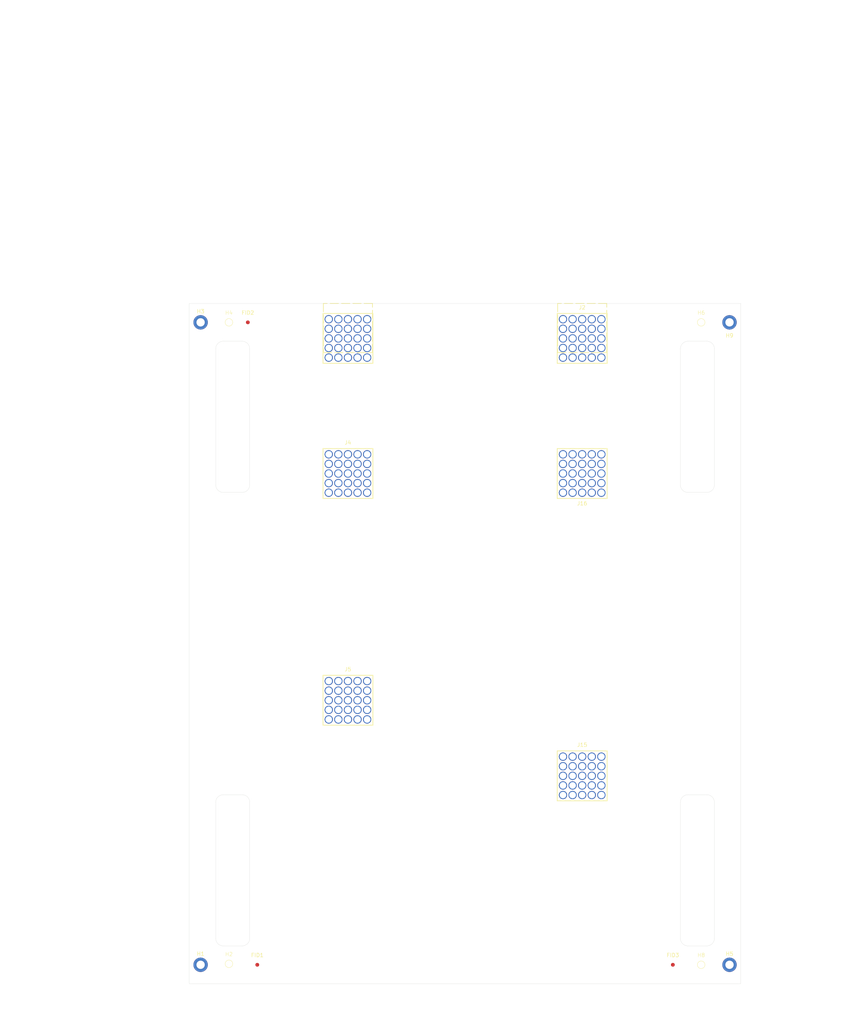
<source format=kicad_pcb>
(kicad_pcb (version 20241229) (generator "pcbnew") (generator_version "9.0")
  (layers (0 "F.Cu" signal) (2 "B.Cu" signal) (13 "F.Paste" user) (15 "B.Paste" user) (5 "F.SilkS" user "F.Silkscreen") (7 "B.SilkS" user "B.Silkscreen") (1 "F.Mask" user) (3 "B.Mask" user) (25 "Edge.Cuts" user))
  (net 0 "")
  (net 1 "GND")
  (net 2 "BAT+CONTROLED")
  (net 3 "/chargeControl/SWITCH_OUT")
  (net 4 "/B+Terminal")
  (footprint "MountingHole:MountingHole_2.2mm_M2_DIN965_Pad" (layer "F.Cu") (at 243 295)
    (property "Reference" "H5" (at 0 -2.9 0) (layer "F.SilkS"))
    (property "Value" "MountingHole_Pad")
    (pad "1" thru_hole circle (at 0 0) (size 3.8 3.8) (drill 2.2) (layers "*.Cu" "*.Mask"))
  )
  (footprint "myWürthSHFU:WP-SHFU_7461098_HAL" (layer "F.Cu") (at 204 165)
    (property "Reference" "J16" (at 0 8.5 0) (layer "F.SilkS") (effects (justify bottom)))
    (property "Value" "Würth RedCube")
    (fp_line (start -6.6 -6.6) (end 6.6 -6.6) (stroke (width 0.2)) (layer "F.SilkS"))
    (fp_line (start -6.6 6.6) (end -6.6 -6.6) (stroke (width 0.2)) (layer "F.SilkS"))
    (fp_line (start 6.6 -6.6) (end 6.6 6.6) (stroke (width 0.2)) (layer "F.SilkS"))
    (fp_line (start 6.6 6.6) (end -6.6 6.6) (stroke (width 0.2)) (layer "F.SilkS"))
    (pad "1" thru_hole circle (at -5.08 -5.08) (size 2.2 1.8) (drill 1.7) (layers "*.Cu" "*.Mask") (net 1 "GND"))
    (pad "1" thru_hole circle (at -5.08 -2.54) (size 2.2 1.8) (drill 1.7) (layers "*.Cu" "*.Mask") (net 1 "GND"))
    (pad "1" thru_hole circle (at -5.08 0) (size 2.2 1.8) (drill 1.7) (layers "*.Cu" "*.Mask") (net 1 "GND"))
    (pad "1" thru_hole circle (at -5.08 2.54) (size 2.2 1.8) (drill 1.7) (layers "*.Cu" "*.Mask") (net 1 "GND"))
    (pad "1" thru_hole circle (at -5.08 5.08) (size 2.2 1.8) (drill 1.7) (layers "*.Cu" "*.Mask") (net 1 "GND"))
    (pad "1" thru_hole circle (at -2.54 -5.08) (size 2.2 1.8) (drill 1.7) (layers "*.Cu" "*.Mask") (net 1 "GND"))
    (pad "1" thru_hole circle (at -2.54 -2.54) (size 2.2 1.8) (drill 1.7) (layers "*.Cu" "*.Mask") (net 1 "GND"))
    (pad "1" thru_hole circle (at -2.54 0) (size 2.2 1.8) (drill 1.7) (layers "*.Cu" "*.Mask") (net 1 "GND"))
    (pad "1" thru_hole circle (at -2.54 2.54) (size 2.2 1.8) (drill 1.7) (layers "*.Cu" "*.Mask") (net 1 "GND"))
    (pad "1" thru_hole circle (at -2.54 5.08) (size 2.2 1.8) (drill 1.7) (layers "*.Cu" "*.Mask") (net 1 "GND"))
    (pad "1" thru_hole circle (at 0 -5.08) (size 2.2 1.8) (drill 1.7) (layers "*.Cu" "*.Mask") (net 1 "GND"))
    (pad "1" thru_hole circle (at 0 -2.54) (size 2.2 1.8) (drill 1.7) (layers "*.Cu" "*.Mask") (net 1 "GND"))
    (pad "1" thru_hole circle (at 0 0) (size 2.2 1.8) (drill 1.7) (layers "*.Cu" "*.Mask") (net 1 "GND"))
    (pad "1" thru_hole circle (at 0 2.54) (size 2.2 1.8) (drill 1.7) (layers "*.Cu" "*.Mask") (net 1 "GND"))
    (pad "1" thru_hole circle (at 0 5.08) (size 2.2 1.8) (drill 1.7) (layers "*.Cu" "*.Mask") (net 1 "GND"))
    (pad "1" thru_hole circle (at 2.54 -5.08) (size 2.2 1.8) (drill 1.7) (layers "*.Cu" "*.Mask") (net 1 "GND"))
    (pad "1" thru_hole circle (at 2.54 -2.54) (size 2.2 1.8) (drill 1.7) (layers "*.Cu" "*.Mask") (net 1 "GND"))
    (pad "1" thru_hole circle (at 2.54 0) (size 2.2 1.8) (drill 1.7) (layers "*.Cu" "*.Mask") (net 1 "GND"))
    (pad "1" thru_hole circle (at 2.54 2.54) (size 2.2 1.8) (drill 1.7) (layers "*.Cu" "*.Mask") (net 1 "GND"))
    (pad "1" thru_hole circle (at 2.54 5.08) (size 2.2 1.8) (drill 1.7) (layers "*.Cu" "*.Mask") (net 1 "GND"))
    (pad "1" thru_hole circle (at 5.08 -5.08) (size 2.2 1.8) (drill 1.7) (layers "*.Cu" "*.Mask") (net 1 "GND"))
    (pad "1" thru_hole circle (at 5.08 -2.54) (size 2.2 1.8) (drill 1.7) (layers "*.Cu" "*.Mask") (net 1 "GND"))
    (pad "1" thru_hole circle (at 5.08 0) (size 2.2 1.8) (drill 1.7) (layers "*.Cu" "*.Mask") (net 1 "GND"))
    (pad "1" thru_hole circle (at 5.08 2.54) (size 2.2 1.8) (drill 1.7) (layers "*.Cu" "*.Mask") (net 1 "GND"))
    (pad "1" thru_hole circle (at 5.08 5.08) (size 2.2 1.8) (drill 1.7) (layers "*.Cu" "*.Mask") (net 1 "GND"))
  )
  (footprint "myWürthSHFU:WP-SHFU_7461098_HAL" (layer "F.Cu") (at 204 245)
    (property "Reference" "J15" (at 0 -7.6 0) (layer "F.SilkS") (effects (justify bottom)))
    (property "Value" "Würth RedCube")
    (fp_line (start -6.6 -6.6) (end 6.6 -6.6) (stroke (width 0.2)) (layer "F.SilkS"))
    (fp_line (start -6.6 6.6) (end -6.6 -6.6) (stroke (width 0.2)) (layer "F.SilkS"))
    (fp_line (start 6.6 -6.6) (end 6.6 6.6) (stroke (width 0.2)) (layer "F.SilkS"))
    (fp_line (start 6.6 6.6) (end -6.6 6.6) (stroke (width 0.2)) (layer "F.SilkS"))
    (pad "1" thru_hole circle (at -5.08 -5.08) (size 2.2 1.8) (drill 1.7) (layers "*.Cu" "*.Mask") (net 2 "BAT+CONTROLED"))
    (pad "1" thru_hole circle (at -5.08 -2.54) (size 2.2 1.8) (drill 1.7) (layers "*.Cu" "*.Mask") (net 2 "BAT+CONTROLED"))
    (pad "1" thru_hole circle (at -5.08 0) (size 2.2 1.8) (drill 1.7) (layers "*.Cu" "*.Mask") (net 2 "BAT+CONTROLED"))
    (pad "1" thru_hole circle (at -5.08 2.54) (size 2.2 1.8) (drill 1.7) (layers "*.Cu" "*.Mask") (net 2 "BAT+CONTROLED"))
    (pad "1" thru_hole circle (at -5.08 5.08) (size 2.2 1.8) (drill 1.7) (layers "*.Cu" "*.Mask") (net 2 "BAT+CONTROLED"))
    (pad "1" thru_hole circle (at -2.54 -5.08) (size 2.2 1.8) (drill 1.7) (layers "*.Cu" "*.Mask") (net 2 "BAT+CONTROLED"))
    (pad "1" thru_hole circle (at -2.54 -2.54) (size 2.2 1.8) (drill 1.7) (layers "*.Cu" "*.Mask") (net 2 "BAT+CONTROLED"))
    (pad "1" thru_hole circle (at -2.54 0) (size 2.2 1.8) (drill 1.7) (layers "*.Cu" "*.Mask") (net 2 "BAT+CONTROLED"))
    (pad "1" thru_hole circle (at -2.54 2.54) (size 2.2 1.8) (drill 1.7) (layers "*.Cu" "*.Mask") (net 2 "BAT+CONTROLED"))
    (pad "1" thru_hole circle (at -2.54 5.08) (size 2.2 1.8) (drill 1.7) (layers "*.Cu" "*.Mask") (net 2 "BAT+CONTROLED"))
    (pad "1" thru_hole circle (at 0 -5.08) (size 2.2 1.8) (drill 1.7) (layers "*.Cu" "*.Mask") (net 2 "BAT+CONTROLED"))
    (pad "1" thru_hole circle (at 0 -2.54) (size 2.2 1.8) (drill 1.7) (layers "*.Cu" "*.Mask") (net 2 "BAT+CONTROLED"))
    (pad "1" thru_hole circle (at 0 0) (size 2.2 1.8) (drill 1.7) (layers "*.Cu" "*.Mask") (net 2 "BAT+CONTROLED"))
    (pad "1" thru_hole circle (at 0 2.54) (size 2.2 1.8) (drill 1.7) (layers "*.Cu" "*.Mask") (net 2 "BAT+CONTROLED"))
    (pad "1" thru_hole circle (at 0 5.08) (size 2.2 1.8) (drill 1.7) (layers "*.Cu" "*.Mask") (net 2 "BAT+CONTROLED"))
    (pad "1" thru_hole circle (at 2.54 -5.08) (size 2.2 1.8) (drill 1.7) (layers "*.Cu" "*.Mask") (net 2 "BAT+CONTROLED"))
    (pad "1" thru_hole circle (at 2.54 -2.54) (size 2.2 1.8) (drill 1.7) (layers "*.Cu" "*.Mask") (net 2 "BAT+CONTROLED"))
    (pad "1" thru_hole circle (at 2.54 0) (size 2.2 1.8) (drill 1.7) (layers "*.Cu" "*.Mask") (net 2 "BAT+CONTROLED"))
    (pad "1" thru_hole circle (at 2.54 2.54) (size 2.2 1.8) (drill 1.7) (layers "*.Cu" "*.Mask") (net 2 "BAT+CONTROLED"))
    (pad "1" thru_hole circle (at 2.54 5.08) (size 2.2 1.8) (drill 1.7) (layers "*.Cu" "*.Mask") (net 2 "BAT+CONTROLED"))
    (pad "1" thru_hole circle (at 5.08 -5.08) (size 2.2 1.8) (drill 1.7) (layers "*.Cu" "*.Mask") (net 2 "BAT+CONTROLED"))
    (pad "1" thru_hole circle (at 5.08 -2.54) (size 2.2 1.8) (drill 1.7) (layers "*.Cu" "*.Mask") (net 2 "BAT+CONTROLED"))
    (pad "1" thru_hole circle (at 5.08 0) (size 2.2 1.8) (drill 1.7) (layers "*.Cu" "*.Mask") (net 2 "BAT+CONTROLED"))
    (pad "1" thru_hole circle (at 5.08 2.54) (size 2.2 1.8) (drill 1.7) (layers "*.Cu" "*.Mask") (net 2 "BAT+CONTROLED"))
    (pad "1" thru_hole circle (at 5.08 5.08) (size 2.2 1.8) (drill 1.7) (layers "*.Cu" "*.Mask") (net 2 "BAT+CONTROLED"))
  )
  (footprint "myWürthSHFU:WP-SHFU_7461098_HAL_gewinkelt" (layer "F.Cu") (at 142 129.25)
    (property "Reference" "J1" (hide yes))
    (property "Value" "Würth RedCube")
    (fp_line (start -6.6 -6.6) (end 6.6 -6.6) (stroke (width 0.2)) (layer "F.SilkS"))
    (fp_line (start -6.6 6.6) (end -6.6 -6.6) (stroke (width 0.2)) (layer "F.SilkS"))
    (fp_line (start -6.5 -9.25) (end -6.5 3.75) (stroke (width 0.2) (type dash)) (layer "F.SilkS"))
    (fp_line (start -6.5 3.75) (end 6.5 3.75) (stroke (width 0.2) (type dash)) (layer "F.SilkS"))
    (fp_line (start 6.5 -9.25) (end -6.5 -9.25) (stroke (width 0.2) (type dash)) (layer "F.SilkS"))
    (fp_line (start 6.5 3.75) (end 6.5 -9.25) (stroke (width 0.2) (type dash)) (layer "F.SilkS"))
    (fp_line (start 6.6 -6.6) (end 6.6 6.6) (stroke (width 0.2)) (layer "F.SilkS"))
    (fp_line (start 6.6 6.6) (end -6.6 6.6) (stroke (width 0.2)) (layer "F.SilkS"))
    (pad "1" thru_hole circle (at -5.08 -5.08) (size 2.2 1.8) (drill 1.7) (layers "*.Cu" "*.Mask") (net 4 "/B+Terminal"))
    (pad "1" thru_hole circle (at -5.08 -2.54) (size 2.2 1.8) (drill 1.7) (layers "*.Cu" "*.Mask") (net 4 "/B+Terminal"))
    (pad "1" thru_hole circle (at -5.08 0) (size 2.2 1.8) (drill 1.7) (layers "*.Cu" "*.Mask") (net 4 "/B+Terminal"))
    (pad "1" thru_hole circle (at -5.08 2.54) (size 2.2 1.8) (drill 1.7) (layers "*.Cu" "*.Mask") (net 4 "/B+Terminal"))
    (pad "1" thru_hole circle (at -5.08 5.08) (size 2.2 1.8) (drill 1.7) (layers "*.Cu" "*.Mask") (net 4 "/B+Terminal"))
    (pad "1" thru_hole circle (at -2.54 -5.08) (size 2.2 1.8) (drill 1.7) (layers "*.Cu" "*.Mask") (net 4 "/B+Terminal"))
    (pad "1" thru_hole circle (at -2.54 -2.54) (size 2.2 1.8) (drill 1.7) (layers "*.Cu" "*.Mask") (net 4 "/B+Terminal"))
    (pad "1" thru_hole circle (at -2.54 0) (size 2.2 1.8) (drill 1.7) (layers "*.Cu" "*.Mask") (net 4 "/B+Terminal"))
    (pad "1" thru_hole circle (at -2.54 2.54) (size 2.2 1.8) (drill 1.7) (layers "*.Cu" "*.Mask") (net 4 "/B+Terminal"))
    (pad "1" thru_hole circle (at -2.54 5.08) (size 2.2 1.8) (drill 1.7) (layers "*.Cu" "*.Mask") (net 4 "/B+Terminal"))
    (pad "1" thru_hole circle (at 0 -5.08) (size 2.2 1.8) (drill 1.7) (layers "*.Cu" "*.Mask") (net 4 "/B+Terminal"))
    (pad "1" thru_hole circle (at 0 -2.54) (size 2.2 1.8) (drill 1.7) (layers "*.Cu" "*.Mask") (net 4 "/B+Terminal"))
    (pad "1" thru_hole circle (at 0 0) (size 2.2 1.8) (drill 1.7) (layers "*.Cu" "*.Mask") (net 4 "/B+Terminal"))
    (pad "1" thru_hole circle (at 0 2.54) (size 2.2 1.8) (drill 1.7) (layers "*.Cu" "*.Mask") (net 4 "/B+Terminal"))
    (pad "1" thru_hole circle (at 0 5.08) (size 2.2 1.8) (drill 1.7) (layers "*.Cu" "*.Mask") (net 4 "/B+Terminal"))
    (pad "1" thru_hole circle (at 2.54 -5.08) (size 2.2 1.8) (drill 1.7) (layers "*.Cu" "*.Mask") (net 4 "/B+Terminal"))
    (pad "1" thru_hole circle (at 2.54 -2.54) (size 2.2 1.8) (drill 1.7) (layers "*.Cu" "*.Mask") (net 4 "/B+Terminal"))
    (pad "1" thru_hole circle (at 2.54 0) (size 2.2 1.8) (drill 1.7) (layers "*.Cu" "*.Mask") (net 4 "/B+Terminal"))
    (pad "1" thru_hole circle (at 2.54 2.54) (size 2.2 1.8) (drill 1.7) (layers "*.Cu" "*.Mask") (net 4 "/B+Terminal"))
    (pad "1" thru_hole circle (at 2.54 5.08) (size 2.2 1.8) (drill 1.7) (layers "*.Cu" "*.Mask") (net 4 "/B+Terminal"))
    (pad "1" thru_hole circle (at 5.08 -5.08) (size 2.2 1.8) (drill 1.7) (layers "*.Cu" "*.Mask") (net 4 "/B+Terminal"))
    (pad "1" thru_hole circle (at 5.08 -2.54) (size 2.2 1.8) (drill 1.7) (layers "*.Cu" "*.Mask") (net 4 "/B+Terminal"))
    (pad "1" thru_hole circle (at 5.08 0) (size 2.2 1.8) (drill 1.7) (layers "*.Cu" "*.Mask") (net 4 "/B+Terminal"))
    (pad "1" thru_hole circle (at 5.08 2.54) (size 2.2 1.8) (drill 1.7) (layers "*.Cu" "*.Mask") (net 4 "/B+Terminal"))
    (pad "1" thru_hole circle (at 5.08 5.08) (size 2.2 1.8) (drill 1.7) (layers "*.Cu" "*.Mask") (net 4 "/B+Terminal"))
  )
  (footprint "myHoles:printer_mounting_holes_1mm" (layer "F.Cu") (at 110.5 294.75)
    (property "Reference" "H2" (at 0 -2.54 0) (layer "F.SilkS") (effects (font (thickness 0.1))))
    (property "Value" "PastPrinterHole")
    (fp_circle (center 0 0) (end 1 0) (stroke (width 0.1)) (fill no) (layer "F.SilkS"))
    (pad "" np_thru_hole circle (at 0 0) (size 1 1) (drill 1) (layers "*.Cu" "*.Mask"))
  )
  (footprint "MountingHole:MountingHole_2.2mm_M2_DIN965_Pad" (layer "F.Cu") (at 103 125)
    (property "Reference" "H3" (at 0 -2.9 0) (layer "F.SilkS"))
    (property "Value" "MountingHole_Pad")
    (pad "1" thru_hole circle (at 0 0) (size 3.8 3.8) (drill 2.2) (layers "*.Cu" "*.Mask"))
  )
  (footprint "myWürthSHFU:WP-SHFU_7461098_HAL" (layer "F.Cu") (at 142 225)
    (property "Reference" "J5" (at 0 -7.6 0) (layer "F.SilkS") (effects (justify bottom)))
    (property "Value" "Würth RedCube")
    (fp_line (start -6.6 -6.6) (end 6.6 -6.6) (stroke (width 0.2)) (layer "F.SilkS"))
    (fp_line (start -6.6 6.6) (end -6.6 -6.6) (stroke (width 0.2)) (layer "F.SilkS"))
    (fp_line (start 6.6 -6.6) (end 6.6 6.6) (stroke (width 0.2)) (layer "F.SilkS"))
    (fp_line (start 6.6 6.6) (end -6.6 6.6) (stroke (width 0.2)) (layer "F.SilkS"))
    (pad "1" thru_hole circle (at -5.08 -5.08) (size 2.2 1.8) (drill 1.7) (layers "*.Cu" "*.Mask") (net 3 "/chargeControl/SWITCH_OUT"))
    (pad "1" thru_hole circle (at -5.08 -2.54) (size 2.2 1.8) (drill 1.7) (layers "*.Cu" "*.Mask") (net 3 "/chargeControl/SWITCH_OUT"))
    (pad "1" thru_hole circle (at -5.08 0) (size 2.2 1.8) (drill 1.7) (layers "*.Cu" "*.Mask") (net 3 "/chargeControl/SWITCH_OUT"))
    (pad "1" thru_hole circle (at -5.08 2.54) (size 2.2 1.8) (drill 1.7) (layers "*.Cu" "*.Mask") (net 3 "/chargeControl/SWITCH_OUT"))
    (pad "1" thru_hole circle (at -5.08 5.08) (size 2.2 1.8) (drill 1.7) (layers "*.Cu" "*.Mask") (net 3 "/chargeControl/SWITCH_OUT"))
    (pad "1" thru_hole circle (at -2.54 -5.08) (size 2.2 1.8) (drill 1.7) (layers "*.Cu" "*.Mask") (net 3 "/chargeControl/SWITCH_OUT"))
    (pad "1" thru_hole circle (at -2.54 -2.54) (size 2.2 1.8) (drill 1.7) (layers "*.Cu" "*.Mask") (net 3 "/chargeControl/SWITCH_OUT"))
    (pad "1" thru_hole circle (at -2.54 0) (size 2.2 1.8) (drill 1.7) (layers "*.Cu" "*.Mask") (net 3 "/chargeControl/SWITCH_OUT"))
    (pad "1" thru_hole circle (at -2.54 2.54) (size 2.2 1.8) (drill 1.7) (layers "*.Cu" "*.Mask") (net 3 "/chargeControl/SWITCH_OUT"))
    (pad "1" thru_hole circle (at -2.54 5.08) (size 2.2 1.8) (drill 1.7) (layers "*.Cu" "*.Mask") (net 3 "/chargeControl/SWITCH_OUT"))
    (pad "1" thru_hole circle (at 0 -5.08) (size 2.2 1.8) (drill 1.7) (layers "*.Cu" "*.Mask") (net 3 "/chargeControl/SWITCH_OUT"))
    (pad "1" thru_hole circle (at 0 -2.54) (size 2.2 1.8) (drill 1.7) (layers "*.Cu" "*.Mask") (net 3 "/chargeControl/SWITCH_OUT"))
    (pad "1" thru_hole circle (at 0 0) (size 2.2 1.8) (drill 1.7) (layers "*.Cu" "*.Mask") (net 3 "/chargeControl/SWITCH_OUT"))
    (pad "1" thru_hole circle (at 0 2.54) (size 2.2 1.8) (drill 1.7) (layers "*.Cu" "*.Mask") (net 3 "/chargeControl/SWITCH_OUT"))
    (pad "1" thru_hole circle (at 0 5.08) (size 2.2 1.8) (drill 1.7) (layers "*.Cu" "*.Mask") (net 3 "/chargeControl/SWITCH_OUT"))
    (pad "1" thru_hole circle (at 2.54 -5.08) (size 2.2 1.8) (drill 1.7) (layers "*.Cu" "*.Mask") (net 3 "/chargeControl/SWITCH_OUT"))
    (pad "1" thru_hole circle (at 2.54 -2.54) (size 2.2 1.8) (drill 1.7) (layers "*.Cu" "*.Mask") (net 3 "/chargeControl/SWITCH_OUT"))
    (pad "1" thru_hole circle (at 2.54 0) (size 2.2 1.8) (drill 1.7) (layers "*.Cu" "*.Mask") (net 3 "/chargeControl/SWITCH_OUT"))
    (pad "1" thru_hole circle (at 2.54 2.54) (size 2.2 1.8) (drill 1.7) (layers "*.Cu" "*.Mask") (net 3 "/chargeControl/SWITCH_OUT"))
    (pad "1" thru_hole circle (at 2.54 5.08) (size 2.2 1.8) (drill 1.7) (layers "*.Cu" "*.Mask") (net 3 "/chargeControl/SWITCH_OUT"))
    (pad "1" thru_hole circle (at 5.08 -5.08) (size 2.2 1.8) (drill 1.7) (layers "*.Cu" "*.Mask") (net 3 "/chargeControl/SWITCH_OUT"))
    (pad "1" thru_hole circle (at 5.08 -2.54) (size 2.2 1.8) (drill 1.7) (layers "*.Cu" "*.Mask") (net 3 "/chargeControl/SWITCH_OUT"))
    (pad "1" thru_hole circle (at 5.08 0) (size 2.2 1.8) (drill 1.7) (layers "*.Cu" "*.Mask") (net 3 "/chargeControl/SWITCH_OUT"))
    (pad "1" thru_hole circle (at 5.08 2.54) (size 2.2 1.8) (drill 1.7) (layers "*.Cu" "*.Mask") (net 3 "/chargeControl/SWITCH_OUT"))
    (pad "1" thru_hole circle (at 5.08 5.08) (size 2.2 1.8) (drill 1.7) (layers "*.Cu" "*.Mask") (net 3 "/chargeControl/SWITCH_OUT"))
  )
  (footprint "Fiducial:Fiducial_1mm_Mask3mm" (layer "F.Cu") (at 228 295)
    (property "Reference" "FID3" (at 0 -2.54 0) (layer "F.SilkS"))
    (property "Value" "Fiducial")
    (pad "" smd circle (at 0 0) (size 1 1) (layers "F.Cu" "F.Mask") (clearance 1))
  )
  (footprint "MountingHole:MountingHole_2.2mm_M2_DIN965_Pad" (layer "F.Cu") (at 243 125)
    (property "Reference" "H9" (at 0 3.5 0) (layer "F.SilkS"))
    (property "Value" "MountingHole_Pad")
    (pad "1" thru_hole circle (at 0 0) (size 3.8 3.8) (drill 2.2) (layers "*.Cu" "*.Mask"))
  )
  (footprint "myHoles:printer_mounting_holes_1mm" (layer "F.Cu") (at 110.5 125)
    (property "Reference" "H4" (at 0 -2.54 0) (layer "F.SilkS") (effects (font (thickness 0.1))))
    (property "Value" "PastPrinterHole")
    (fp_circle (center 0 0) (end 1 0) (stroke (width 0.1)) (fill no) (layer "F.SilkS"))
    (pad "" np_thru_hole circle (at 0 0) (size 1 1) (drill 1) (layers "*.Cu" "*.Mask"))
  )
  (footprint "myWürthSHFU:WP-SHFU_7461098_HAL" (layer "F.Cu") (at 142 165)
    (property "Reference" "J4" (at 0 -7.6 0) (layer "F.SilkS") (effects (justify bottom)))
    (property "Value" "Würth RedCube")
    (fp_line (start -6.6 -6.6) (end 6.6 -6.6) (stroke (width 0.2)) (layer "F.SilkS"))
    (fp_line (start -6.6 6.6) (end -6.6 -6.6) (stroke (width 0.2)) (layer "F.SilkS"))
    (fp_line (start 6.6 -6.6) (end 6.6 6.6) (stroke (width 0.2)) (layer "F.SilkS"))
    (fp_line (start 6.6 6.6) (end -6.6 6.6) (stroke (width 0.2)) (layer "F.SilkS"))
    (pad "1" thru_hole circle (at -5.08 -5.08) (size 2.2 1.8) (drill 1.7) (layers "*.Cu" "*.Mask") (net 4 "/B+Terminal"))
    (pad "1" thru_hole circle (at -5.08 -2.54) (size 2.2 1.8) (drill 1.7) (layers "*.Cu" "*.Mask") (net 4 "/B+Terminal"))
    (pad "1" thru_hole circle (at -5.08 0) (size 2.2 1.8) (drill 1.7) (layers "*.Cu" "*.Mask") (net 4 "/B+Terminal"))
    (pad "1" thru_hole circle (at -5.08 2.54) (size 2.2 1.8) (drill 1.7) (layers "*.Cu" "*.Mask") (net 4 "/B+Terminal"))
    (pad "1" thru_hole circle (at -5.08 5.08) (size 2.2 1.8) (drill 1.7) (layers "*.Cu" "*.Mask") (net 4 "/B+Terminal"))
    (pad "1" thru_hole circle (at -2.54 -5.08) (size 2.2 1.8) (drill 1.7) (layers "*.Cu" "*.Mask") (net 4 "/B+Terminal"))
    (pad "1" thru_hole circle (at -2.54 -2.54) (size 2.2 1.8) (drill 1.7) (layers "*.Cu" "*.Mask") (net 4 "/B+Terminal"))
    (pad "1" thru_hole circle (at -2.54 0) (size 2.2 1.8) (drill 1.7) (layers "*.Cu" "*.Mask") (net 4 "/B+Terminal"))
    (pad "1" thru_hole circle (at -2.54 2.54) (size 2.2 1.8) (drill 1.7) (layers "*.Cu" "*.Mask") (net 4 "/B+Terminal"))
    (pad "1" thru_hole circle (at -2.54 5.08) (size 2.2 1.8) (drill 1.7) (layers "*.Cu" "*.Mask") (net 4 "/B+Terminal"))
    (pad "1" thru_hole circle (at 0 -5.08) (size 2.2 1.8) (drill 1.7) (layers "*.Cu" "*.Mask") (net 4 "/B+Terminal"))
    (pad "1" thru_hole circle (at 0 -2.54) (size 2.2 1.8) (drill 1.7) (layers "*.Cu" "*.Mask") (net 4 "/B+Terminal"))
    (pad "1" thru_hole circle (at 0 0) (size 2.2 1.8) (drill 1.7) (layers "*.Cu" "*.Mask") (net 4 "/B+Terminal"))
    (pad "1" thru_hole circle (at 0 2.54) (size 2.2 1.8) (drill 1.7) (layers "*.Cu" "*.Mask") (net 4 "/B+Terminal"))
    (pad "1" thru_hole circle (at 0 5.08) (size 2.2 1.8) (drill 1.7) (layers "*.Cu" "*.Mask") (net 4 "/B+Terminal"))
    (pad "1" thru_hole circle (at 2.54 -5.08) (size 2.2 1.8) (drill 1.7) (layers "*.Cu" "*.Mask") (net 4 "/B+Terminal"))
    (pad "1" thru_hole circle (at 2.54 -2.54) (size 2.2 1.8) (drill 1.7) (layers "*.Cu" "*.Mask") (net 4 "/B+Terminal"))
    (pad "1" thru_hole circle (at 2.54 0) (size 2.2 1.8) (drill 1.7) (layers "*.Cu" "*.Mask") (net 4 "/B+Terminal"))
    (pad "1" thru_hole circle (at 2.54 2.54) (size 2.2 1.8) (drill 1.7) (layers "*.Cu" "*.Mask") (net 4 "/B+Terminal"))
    (pad "1" thru_hole circle (at 2.54 5.08) (size 2.2 1.8) (drill 1.7) (layers "*.Cu" "*.Mask") (net 4 "/B+Terminal"))
    (pad "1" thru_hole circle (at 5.08 -5.08) (size 2.2 1.8) (drill 1.7) (layers "*.Cu" "*.Mask") (net 4 "/B+Terminal"))
    (pad "1" thru_hole circle (at 5.08 -2.54) (size 2.2 1.8) (drill 1.7) (layers "*.Cu" "*.Mask") (net 4 "/B+Terminal"))
    (pad "1" thru_hole circle (at 5.08 0) (size 2.2 1.8) (drill 1.7) (layers "*.Cu" "*.Mask") (net 4 "/B+Terminal"))
    (pad "1" thru_hole circle (at 5.08 2.54) (size 2.2 1.8) (drill 1.7) (layers "*.Cu" "*.Mask") (net 4 "/B+Terminal"))
    (pad "1" thru_hole circle (at 5.08 5.08) (size 2.2 1.8) (drill 1.7) (layers "*.Cu" "*.Mask") (net 4 "/B+Terminal"))
  )
  (footprint "myHoles:printer_mounting_holes_1mm" (layer "F.Cu") (at 235.5 295)
    (property "Reference" "H8" (at 0 -2.54 0) (layer "F.SilkS") (effects (font (thickness 0.1))))
    (property "Value" "PastPrinterHole")
    (fp_circle (center 0 0) (end 1 0) (stroke (width 0.1)) (fill no) (layer "F.SilkS"))
    (pad "" np_thru_hole circle (at 0 0) (size 1 1) (drill 1) (layers "*.Cu" "*.Mask"))
  )
  (footprint "myHoles:printer_mounting_holes_1mm" (layer "F.Cu") (at 235.5 125)
    (property "Reference" "H6" (at 0 -2.54 0) (layer "F.SilkS") (effects (font (thickness 0.1))))
    (property "Value" "PastPrinterHole")
    (fp_circle (center 0 0) (end 1 0) (stroke (width 0.1)) (fill no) (layer "F.SilkS"))
    (pad "" np_thru_hole circle (at 0 0) (size 1 1) (drill 1) (layers "*.Cu" "*.Mask"))
  )
  (footprint "myWürthSHFU:WP-SHFU_7461098_HAL_gewinkelt" (layer "F.Cu") (at 204 129.25)
    (property "Reference" "J2" (at 0 -7.6 0) (layer "F.SilkS") (effects (justify bottom)))
    (property "Value" "Würth RedCube")
    (fp_line (start -6.6 -6.6) (end 6.6 -6.6) (stroke (width 0.2)) (layer "F.SilkS"))
    (fp_line (start -6.6 6.6) (end -6.6 -6.6) (stroke (width 0.2)) (layer "F.SilkS"))
    (fp_line (start -6.5 -9.25) (end -6.5 3.75) (stroke (width 0.2) (type dash)) (layer "F.SilkS"))
    (fp_line (start -6.5 3.75) (end 6.5 3.75) (stroke (width 0.2) (type dash)) (layer "F.SilkS"))
    (fp_line (start 6.5 -9.25) (end -6.5 -9.25) (stroke (width 0.2) (type dash)) (layer "F.SilkS"))
    (fp_line (start 6.5 3.75) (end 6.5 -9.25) (stroke (width 0.2) (type dash)) (layer "F.SilkS"))
    (fp_line (start 6.6 -6.6) (end 6.6 6.6) (stroke (width 0.2)) (layer "F.SilkS"))
    (fp_line (start 6.6 6.6) (end -6.6 6.6) (stroke (width 0.2)) (layer "F.SilkS"))
    (pad "1" thru_hole circle (at -5.08 -5.08) (size 2.2 1.8) (drill 1.7) (layers "*.Cu" "*.Mask") (net 1 "GND"))
    (pad "1" thru_hole circle (at -5.08 -2.54) (size 2.2 1.8) (drill 1.7) (layers "*.Cu" "*.Mask") (net 1 "GND"))
    (pad "1" thru_hole circle (at -5.08 0) (size 2.2 1.8) (drill 1.7) (layers "*.Cu" "*.Mask") (net 1 "GND"))
    (pad "1" thru_hole circle (at -5.08 2.54) (size 2.2 1.8) (drill 1.7) (layers "*.Cu" "*.Mask") (net 1 "GND"))
    (pad "1" thru_hole circle (at -5.08 5.08) (size 2.2 1.8) (drill 1.7) (layers "*.Cu" "*.Mask") (net 1 "GND"))
    (pad "1" thru_hole circle (at -2.54 -5.08) (size 2.2 1.8) (drill 1.7) (layers "*.Cu" "*.Mask") (net 1 "GND"))
    (pad "1" thru_hole circle (at -2.54 -2.54) (size 2.2 1.8) (drill 1.7) (layers "*.Cu" "*.Mask") (net 1 "GND"))
    (pad "1" thru_hole circle (at -2.54 0) (size 2.2 1.8) (drill 1.7) (layers "*.Cu" "*.Mask") (net 1 "GND"))
    (pad "1" thru_hole circle (at -2.54 2.54) (size 2.2 1.8) (drill 1.7) (layers "*.Cu" "*.Mask") (net 1 "GND"))
    (pad "1" thru_hole circle (at -2.54 5.08) (size 2.2 1.8) (drill 1.7) (layers "*.Cu" "*.Mask") (net 1 "GND"))
    (pad "1" thru_hole circle (at 0 -5.08) (size 2.2 1.8) (drill 1.7) (layers "*.Cu" "*.Mask") (net 1 "GND"))
    (pad "1" thru_hole circle (at 0 -2.54) (size 2.2 1.8) (drill 1.7) (layers "*.Cu" "*.Mask") (net 1 "GND"))
    (pad "1" thru_hole circle (at 0 0) (size 2.2 1.8) (drill 1.7) (layers "*.Cu" "*.Mask") (net 1 "GND"))
    (pad "1" thru_hole circle (at 0 2.54) (size 2.2 1.8) (drill 1.7) (layers "*.Cu" "*.Mask") (net 1 "GND"))
    (pad "1" thru_hole circle (at 0 5.08) (size 2.2 1.8) (drill 1.7) (layers "*.Cu" "*.Mask") (net 1 "GND"))
    (pad "1" thru_hole circle (at 2.54 -5.08) (size 2.2 1.8) (drill 1.7) (layers "*.Cu" "*.Mask") (net 1 "GND"))
    (pad "1" thru_hole circle (at 2.54 -2.54) (size 2.2 1.8) (drill 1.7) (layers "*.Cu" "*.Mask") (net 1 "GND"))
    (pad "1" thru_hole circle (at 2.54 0) (size 2.2 1.8) (drill 1.7) (layers "*.Cu" "*.Mask") (net 1 "GND"))
    (pad "1" thru_hole circle (at 2.54 2.54) (size 2.2 1.8) (drill 1.7) (layers "*.Cu" "*.Mask") (net 1 "GND"))
    (pad "1" thru_hole circle (at 2.54 5.08) (size 2.2 1.8) (drill 1.7) (layers "*.Cu" "*.Mask") (net 1 "GND"))
    (pad "1" thru_hole circle (at 5.08 -5.08) (size 2.2 1.8) (drill 1.7) (layers "*.Cu" "*.Mask") (net 1 "GND"))
    (pad "1" thru_hole circle (at 5.08 -2.54) (size 2.2 1.8) (drill 1.7) (layers "*.Cu" "*.Mask") (net 1 "GND"))
    (pad "1" thru_hole circle (at 5.08 0) (size 2.2 1.8) (drill 1.7) (layers "*.Cu" "*.Mask") (net 1 "GND"))
    (pad "1" thru_hole circle (at 5.08 2.54) (size 2.2 1.8) (drill 1.7) (layers "*.Cu" "*.Mask") (net 1 "GND"))
    (pad "1" thru_hole circle (at 5.08 5.08) (size 2.2 1.8) (drill 1.7) (layers "*.Cu" "*.Mask") (net 1 "GND"))
  )
  (footprint "MountingHole:MountingHole_2.2mm_M2_DIN965_Pad" (layer "F.Cu") (at 103 295)
    (property "Reference" "H1" (at 0 -2.9 0) (layer "F.SilkS"))
    (property "Value" "MountingHole_Pad")
    (pad "1" thru_hole circle (at 0 0) (size 3.8 3.8) (drill 2.2) (layers "*.Cu" "*.Mask"))
  )
  (footprint "Fiducial:Fiducial_1mm_Mask3mm" (layer "F.Cu") (at 118 295)
    (property "Reference" "FID1" (at 0 -2.54 0) (layer "F.SilkS"))
    (property "Value" "Fiducial")
    (pad "" smd circle (at 0 0) (size 1 1) (layers "F.Cu" "F.Mask") (clearance 1))
  )
  (footprint "Fiducial:Fiducial_1mm_Mask3mm" (layer "F.Cu") (at 115.5 125)
    (property "Reference" "FID2" (at 0 -2.54 0) (layer "F.SilkS"))
    (property "Value" "Fiducial")
    (pad "" smd circle (at 0 0) (size 1 1) (layers "F.Cu" "F.Mask") (clearance 1))
  )
  (gr_line (start 232 130) (end 237 130) (stroke (width 0.05)) (layer "Edge.Cuts"))
  (gr_arc (start 239 168) (mid 238.414214 169.414214) (end 237 170) (stroke (width 0.05)) (layer "Edge.Cuts"))
  (gr_arc (start 116 288) (mid 115.414214 289.414214) (end 114 290) (stroke (width 0.05)) (layer "Edge.Cuts"))
  (gr_arc (start 114 130) (mid 115.414214 130.585786) (end 116 132) (stroke (width 0.05)) (layer "Edge.Cuts"))
  (gr_line (start 237 170) (end 232 170) (stroke (width 0.05)) (layer "Edge.Cuts"))
  (gr_arc (start 116 168) (mid 115.414214 169.414214) (end 114 170) (stroke (width 0.05)) (layer "Edge.Cuts"))
  (gr_line (start 232 250) (end 237 250) (stroke (width 0.05)) (layer "Edge.Cuts"))
  (gr_line (start 230 168) (end 230 132) (stroke (width 0.05)) (layer "Edge.Cuts"))
  (gr_arc (start 107 132) (mid 107.585786 130.585786) (end 109 130) (stroke (width 0.05)) (layer "Edge.Cuts"))
  (gr_arc (start 237 250) (mid 238.414214 250.585786) (end 239 252) (stroke (width 0.05)) (layer "Edge.Cuts"))
  (gr_line (start 107 288) (end 107 252) (stroke (width 0.05)) (layer "Edge.Cuts"))
  (gr_line (start 116 132) (end 116 168) (stroke (width 0.05)) (layer "Edge.Cuts"))
  (gr_line (start 109 250) (end 114 250) (stroke (width 0.05)) (layer "Edge.Cuts"))
  (gr_arc (start 237 130) (mid 238.414214 130.585786) (end 239 132) (stroke (width 0.05)) (layer "Edge.Cuts"))
  (gr_rect (start 100 120) (end 246 300) (stroke (width 0.05)) (fill no) (layer "Edge.Cuts"))
  (gr_arc (start 114 250) (mid 115.414214 250.585786) (end 116 252) (stroke (width 0.05)) (layer "Edge.Cuts"))
  (gr_arc (start 239 288) (mid 238.414214 289.414214) (end 237 290) (stroke (width 0.05)) (layer "Edge.Cuts"))
  (gr_line (start 107 168) (end 107 132) (stroke (width 0.05)) (layer "Edge.Cuts"))
  (gr_line (start 114 290) (end 109 290) (stroke (width 0.05)) (layer "Edge.Cuts"))
  (gr_line (start 109 130) (end 114 130) (stroke (width 0.05)) (layer "Edge.Cuts"))
  (gr_line (start 237 290) (end 232 290) (stroke (width 0.05)) (layer "Edge.Cuts"))
  (gr_arc (start 109 170) (mid 107.585786 169.414214) (end 107 168) (stroke (width 0.05)) (layer "Edge.Cuts"))
  (gr_arc (start 232 170) (mid 230.585786 169.414214) (end 230 168) (stroke (width 0.05)) (layer "Edge.Cuts"))
  (gr_arc (start 109 290) (mid 107.585786 289.414214) (end 107 288) (stroke (width 0.05)) (layer "Edge.Cuts"))
  (gr_arc (start 230 252) (mid 230.585786 250.585786) (end 232 250) (stroke (width 0.05)) (layer "Edge.Cuts"))
  (gr_line (start 239 252) (end 239 288) (stroke (width 0.05)) (layer "Edge.Cuts"))
  (gr_arc (start 232 290) (mid 230.585786 289.414214) (end 230 288) (stroke (width 0.05)) (layer "Edge.Cuts"))
  (gr_line (start 239 132) (end 239 168) (stroke (width 0.05)) (layer "Edge.Cuts"))
  (gr_arc (start 230 132) (mid 230.585786 130.585786) (end 232 130) (stroke (width 0.05)) (layer "Edge.Cuts"))
  (gr_line (start 116 252) (end 116 288) (stroke (width 0.05)) (layer "Edge.Cuts"))
  (gr_line (start 230 288) (end 230 252) (stroke (width 0.05)) (layer "Edge.Cuts"))
  (gr_arc (start 107 252) (mid 107.585786 250.585786) (end 109 250) (stroke (width 0.05)) (layer "Edge.Cuts"))
  (gr_line (start 114 170) (end 109 170) (stroke (width 0.05)) (layer "Edge.Cuts"))
)
</source>
